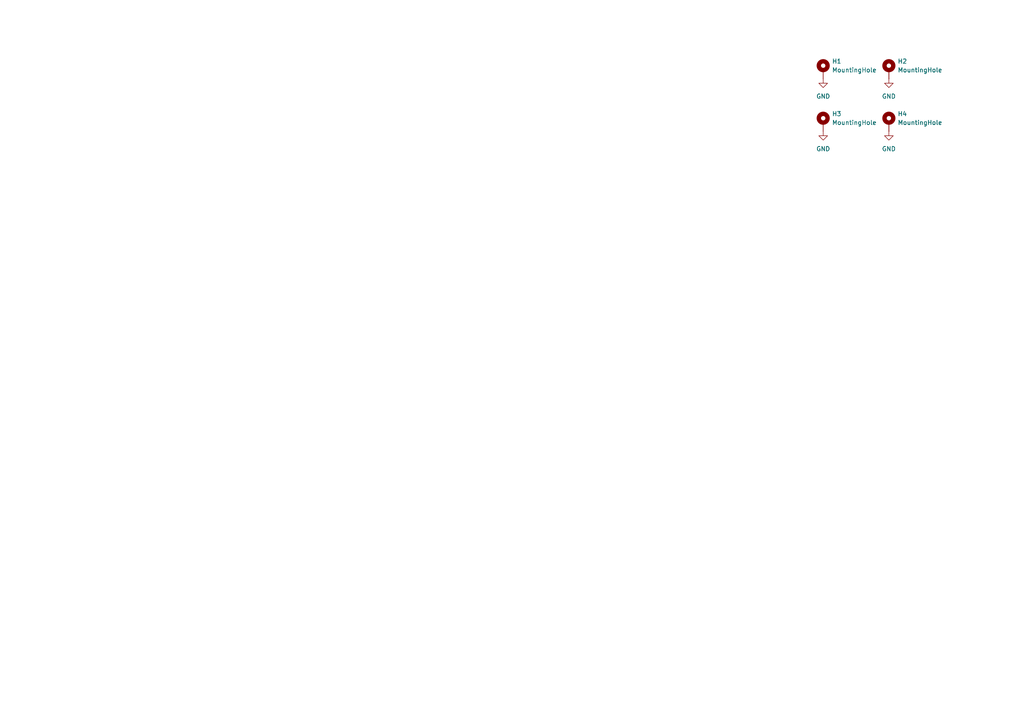
<source format=kicad_sch>
(kicad_sch (version 20250114) (generator "eeschema") (generator_version "9.0")
  (paper "A4")
  (title_block (title "MR-T1-EAP Adapter") (date "2025-08-28") (rev "X0") (company "NXP SEMICONDUCTORS B.V.") (comment 1 "Ethernet Adjacent Power Adapter") (comment 3 "DESIGNER: Iain Galloway") (comment 4 "CTO SYSTEM INNOVATIONS / MOBILE ROBOTICS DOMAIN"))
  (lib_symbols
    (symbol "Mechanical:MountingHole_Pad" (pin_numbers (hide yes)) (pin_names (offset 1.016) (hide yes)) (exclude_from_sim yes) (in_bom no)
      (property "Reference" "H" (at 0 6.35 0))
      (property "Value" "MountingHole_Pad" (at 0 4.445 0))
      (symbol "MountingHole_Pad_0_1"
        (circle (center 0 1.27) (radius 1.27) (stroke (width 1.27)))
      )
      (symbol "MountingHole_Pad_1_1"
        (pin input line (at 0 -2.54 90) (length 2.54) (name "1") (number "1"))
      )
    )
    (symbol "power:GND" (power) (pin_numbers (hide yes)) (pin_names (offset 0) (hide yes))
      (property "Value" "GND" (at 0 -3.81 0))
      (symbol "GND_0_1"
        (polyline (pts (xy 0 0) (xy 0 -1.27) (xy 1.27 -1.27) (xy 0 -2.54) (xy -1.27 -1.27) (xy 0 -1.27)))
      )
      (symbol "GND_1_1"
        (pin power_in line (at 0 0 270) (length 0) (name "~") (number "1"))
      )
    )
  )
  (symbol (lib_id "Mechanical:MountingHole_Pad") (at 257.81 35.56 0) (unit 1) (exclude_from_sim yes) (in_bom no)
    (property "Reference" "H4" (at 260.35 33.0199 0) (effects (justify left)))
    (property "Value" "MountingHole" (at 260.35 35.5599 0) (effects (justify left)))
    (property "Footprint" "MountingHole:MountingHole_3.2mm_M3_DIN965_Pad" (effects (hide yes)))
    (property "Description" "Mounting Hole with connection" (effects (hide yes)))
  )
  (symbol (lib_id "power:GND") (at 257.81 38.1 0) (unit 1)
    (property "Reference" "#PWR0237" (effects (hide yes)))
    (property "Value" "GND" (at 257.81 43.18 0))
    (property "Description" "Power symbol creates a global label with name \"GND\" , ground" (effects (hide yes)))
  )
  (symbol (lib_id "Mechanical:MountingHole_Pad") (at 257.81 20.32 0) (unit 1) (exclude_from_sim yes) (in_bom no)
    (property "Reference" "H2" (at 260.35 17.7799 0) (effects (justify left)))
    (property "Value" "MountingHole" (at 260.35 20.3199 0) (effects (justify left)))
    (property "Footprint" "MountingHole:MountingHole_3.2mm_M3_DIN965_Pad" (effects (hide yes)))
    (property "Description" "Mounting Hole with connection" (effects (hide yes)))
  )
  (symbol (lib_id "Mechanical:MountingHole_Pad") (at 238.76 20.32 0) (unit 1) (exclude_from_sim yes) (in_bom no)
    (property "Reference" "H1" (at 241.3 17.7799 0) (effects (justify left)))
    (property "Value" "MountingHole" (at 241.3 20.3199 0) (effects (justify left)))
    (property "Footprint" "MountingHole:MountingHole_3.2mm_M3_DIN965_Pad" (effects (hide yes)))
    (property "Description" "Mounting Hole with connection" (effects (hide yes)))
  )
  (symbol (lib_id "power:GND") (at 238.76 22.86 0) (unit 1)
    (property "Reference" "#PWR0235" (effects (hide yes)))
    (property "Value" "GND" (at 238.76 27.94 0))
    (property "Description" "Power symbol creates a global label with name \"GND\" , ground" (effects (hide yes)))
  )
  (symbol (lib_id "power:GND") (at 257.81 22.86 0) (unit 1)
    (property "Reference" "#PWR0236" (effects (hide yes)))
    (property "Value" "GND" (at 257.81 27.94 0))
    (property "Description" "Power symbol creates a global label with name \"GND\" , ground" (effects (hide yes)))
  )
  (symbol (lib_id "power:GND") (at 238.76 38.1 0) (unit 1)
    (property "Reference" "#PWR0238" (effects (hide yes)))
    (property "Value" "GND" (at 238.76 43.18 0))
    (property "Description" "Power symbol creates a global label with name \"GND\" , ground" (effects (hide yes)))
  )
  (symbol (lib_id "Mechanical:MountingHole_Pad") (at 238.76 35.56 0) (unit 1) (exclude_from_sim yes) (in_bom no)
    (property "Reference" "H3" (at 241.3 33.0199 0) (effects (justify left)))
    (property "Value" "MountingHole" (at 241.3 35.5599 0) (effects (justify left)))
    (property "Footprint" "MountingHole:MountingHole_3.2mm_M3_DIN965_Pad" (effects (hide yes)))
    (property "Description" "Mounting Hole with connection" (effects (hide yes)))
  )
)
</source>
